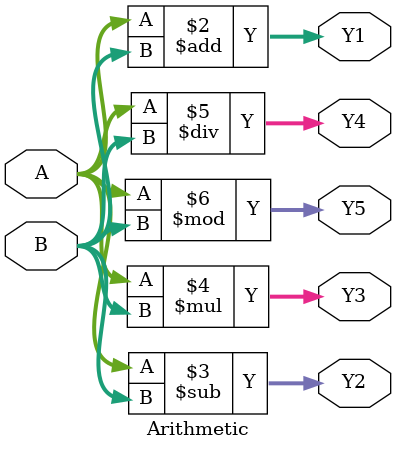
<source format=sv>
module Arithmetic (A, B, Y1, Y2, Y3, Y4, Y5);

 

                 input [2:0] A, B;

                 output [3:0] Y1;

                 output [4:0] Y3;

                 output [2:0] Y2, Y4, Y5;

                 reg [3:0] Y1;

                 reg [4:0] Y3;

                 reg [2:0] Y2, Y4, Y5;

 

                 always @(A or B)

                 begin

                                  Y1=A+B;//addition

                                  Y2=A-B;//subtraction

                                  Y3=A*B;//multiplication

                                  Y4=A/B;//division

                                  Y5=A%B;//modulus of A divided by B

                 end

endmodule
</source>
